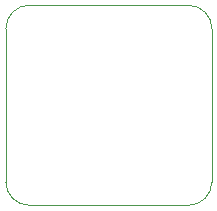
<source format=gbr>
%TF.GenerationSoftware,KiCad,Pcbnew,(6.0.0-0)*%
%TF.CreationDate,2022-09-17T09:57:17-07:00*%
%TF.ProjectId,Untitled,556e7469-746c-4656-942e-6b696361645f,rev?*%
%TF.SameCoordinates,Original*%
%TF.FileFunction,Profile,NP*%
%FSLAX46Y46*%
G04 Gerber Fmt 4.6, Leading zero omitted, Abs format (unit mm)*
G04 Created by KiCad (PCBNEW (6.0.0-0)) date 2022-09-17 09:57:17*
%MOMM*%
%LPD*%
G01*
G04 APERTURE LIST*
%TA.AperFunction,Profile*%
%ADD10C,0.100000*%
%TD*%
G04 APERTURE END LIST*
D10*
X111850000Y-73850000D02*
X111850000Y-60900000D01*
X109850000Y-75850000D02*
X96400000Y-75850000D01*
X109850000Y-75850000D02*
G75*
G03*
X111850000Y-73850000I1J1999999D01*
G01*
X111850000Y-60900000D02*
G75*
G03*
X109850000Y-58900000I-1999999J1D01*
G01*
X94400000Y-73850000D02*
G75*
G03*
X96400000Y-75850000I1999999J-1D01*
G01*
X94400000Y-60900000D02*
X94400000Y-73850000D01*
X96400000Y-58900000D02*
X109850000Y-58900000D01*
X96400000Y-58900000D02*
G75*
G03*
X94400000Y-60900000I-1J-1999999D01*
G01*
M02*

</source>
